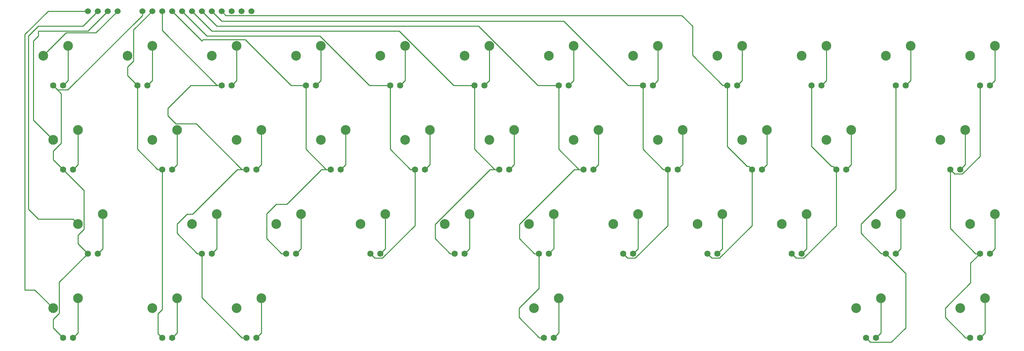
<source format=gbr>
G04 #@! TF.GenerationSoftware,KiCad,Pcbnew,(5.0.2)-1*
G04 #@! TF.CreationDate,2019-03-14T09:30:29+08:00*
G04 #@! TF.ProjectId,kicad_project,6b696361-645f-4707-926f-6a6563742e6b,rev?*
G04 #@! TF.SameCoordinates,Original*
G04 #@! TF.FileFunction,Copper,L1,Top*
G04 #@! TF.FilePolarity,Positive*
%FSLAX46Y46*%
G04 Gerber Fmt 4.6, Leading zero omitted, Abs format (unit mm)*
G04 Created by KiCad (PCBNEW (5.0.2)-1) date 2019/3/14 9:30:29*
%MOMM*%
%LPD*%
G01*
G04 APERTURE LIST*
G04 #@! TA.AperFunction,ComponentPad*
%ADD10C,1.524000*%
G04 #@! TD*
G04 #@! TA.AperFunction,ComponentPad*
%ADD11C,1.600000*%
G04 #@! TD*
G04 #@! TA.AperFunction,ComponentPad*
%ADD12C,2.499360*%
G04 #@! TD*
G04 #@! TA.AperFunction,Conductor*
%ADD13C,0.250000*%
G04 #@! TD*
G04 APERTURE END LIST*
D10*
G04 #@! TO.P,i/o1,16*
G04 #@! TO.N,/col12*
X78740000Y-33020000D03*
G04 #@! TO.P,i/o1,15*
G04 #@! TO.N,/col11*
X76200000Y-33020000D03*
G04 #@! TO.P,i/o1,14*
G04 #@! TO.N,/col10*
X73660000Y-33020000D03*
G04 #@! TO.P,i/o1,13*
G04 #@! TO.N,/col9*
X71120000Y-33020000D03*
G04 #@! TO.P,i/o1,12*
G04 #@! TO.N,/col8*
X68580000Y-33020000D03*
G04 #@! TO.P,i/o1,11*
G04 #@! TO.N,/col7*
X66040000Y-33020000D03*
G04 #@! TO.P,i/o1,10*
G04 #@! TO.N,/col6*
X63500000Y-33020000D03*
G04 #@! TO.P,i/o1,9*
G04 #@! TO.N,/col3*
X60960000Y-33020000D03*
G04 #@! TO.P,i/o1,8*
G04 #@! TO.N,Net-(U12-Pad4)*
X58420000Y-33020000D03*
G04 #@! TO.P,i/o1,7*
G04 #@! TO.N,Net-(U10-Pad4)*
X55880000Y-33020000D03*
G04 #@! TO.P,i/o1,6*
G04 #@! TO.N,/col2*
X53340000Y-33020000D03*
G04 #@! TO.P,i/o1,5*
G04 #@! TO.N,/col1*
X50800000Y-33020000D03*
G04 #@! TO.P,i/o1,4*
G04 #@! TO.N,/row4*
X36830000Y-33020000D03*
G04 #@! TO.P,i/o1,3*
G04 #@! TO.N,/row3*
X39370000Y-33020000D03*
G04 #@! TO.P,i/o1,2*
G04 #@! TO.N,/row2*
X41910000Y-33020000D03*
G04 #@! TO.P,i/o1,1*
G04 #@! TO.N,/row1*
X44450000Y-33020000D03*
G04 #@! TD*
D11*
G04 #@! TO.P,U1,4*
G04 #@! TO.N,/col1*
X27940000Y-52070000D03*
G04 #@! TO.P,U1,3*
G04 #@! TO.N,Net-(U1-Pad2)*
X30480000Y-52070000D03*
D12*
G04 #@! TO.P,U1,2*
X31750000Y-41910000D03*
G04 #@! TO.P,U1,1*
G04 #@! TO.N,/row1*
X25400000Y-44450000D03*
G04 #@! TD*
G04 #@! TO.P,U2,1*
G04 #@! TO.N,/row2*
X27940000Y-66040000D03*
G04 #@! TO.P,U2,2*
G04 #@! TO.N,Net-(U2-Pad2)*
X34290000Y-63500000D03*
D11*
G04 #@! TO.P,U2,3*
X33020000Y-73660000D03*
G04 #@! TO.P,U2,4*
G04 #@! TO.N,/col1*
X30480000Y-73660000D03*
G04 #@! TD*
D12*
G04 #@! TO.P,U3,1*
G04 #@! TO.N,/row3*
X34290000Y-87630000D03*
G04 #@! TO.P,U3,2*
G04 #@! TO.N,Net-(U3-Pad2)*
X40640000Y-85090000D03*
D11*
G04 #@! TO.P,U3,3*
X39370000Y-95250000D03*
G04 #@! TO.P,U3,4*
G04 #@! TO.N,/col1*
X36830000Y-95250000D03*
G04 #@! TD*
D12*
G04 #@! TO.P,U4,1*
G04 #@! TO.N,/row4*
X27940000Y-109220000D03*
G04 #@! TO.P,U4,2*
G04 #@! TO.N,Net-(U4-Pad2)*
X34290000Y-106680000D03*
D11*
G04 #@! TO.P,U4,3*
X33020000Y-116840000D03*
G04 #@! TO.P,U4,4*
G04 #@! TO.N,/col1*
X30480000Y-116840000D03*
G04 #@! TD*
D12*
G04 #@! TO.P,U5,1*
G04 #@! TO.N,/row1*
X46990000Y-44450000D03*
G04 #@! TO.P,U5,2*
G04 #@! TO.N,Net-(U5-Pad2)*
X53340000Y-41910000D03*
D11*
G04 #@! TO.P,U5,3*
X52070000Y-52070000D03*
G04 #@! TO.P,U5,4*
G04 #@! TO.N,/col2*
X49530000Y-52070000D03*
G04 #@! TD*
G04 #@! TO.P,U6,4*
G04 #@! TO.N,/col2*
X55880000Y-73660000D03*
G04 #@! TO.P,U6,3*
G04 #@! TO.N,Net-(U6-Pad2)*
X58420000Y-73660000D03*
D12*
G04 #@! TO.P,U6,2*
X59690000Y-63500000D03*
G04 #@! TO.P,U6,1*
G04 #@! TO.N,/row2*
X53340000Y-66040000D03*
G04 #@! TD*
D11*
G04 #@! TO.P,U7,4*
G04 #@! TO.N,/col2*
X55880000Y-116840000D03*
G04 #@! TO.P,U7,3*
G04 #@! TO.N,Net-(U7-Pad2)*
X58420000Y-116840000D03*
D12*
G04 #@! TO.P,U7,2*
X59690000Y-106680000D03*
G04 #@! TO.P,U7,1*
G04 #@! TO.N,/row4*
X53340000Y-109220000D03*
G04 #@! TD*
G04 #@! TO.P,U8,1*
G04 #@! TO.N,/row1*
X68580000Y-44450000D03*
G04 #@! TO.P,U8,2*
G04 #@! TO.N,Net-(U8-Pad2)*
X74930000Y-41910000D03*
D11*
G04 #@! TO.P,U8,3*
X73660000Y-52070000D03*
G04 #@! TO.P,U8,4*
G04 #@! TO.N,Net-(U10-Pad4)*
X71120000Y-52070000D03*
G04 #@! TD*
D12*
G04 #@! TO.P,U9,1*
G04 #@! TO.N,/row2*
X74930000Y-66040000D03*
G04 #@! TO.P,U9,2*
G04 #@! TO.N,Net-(U9-Pad2)*
X81280000Y-63500000D03*
D11*
G04 #@! TO.P,U9,3*
X80010000Y-73660000D03*
G04 #@! TO.P,U9,4*
G04 #@! TO.N,Net-(U10-Pad4)*
X77470000Y-73660000D03*
G04 #@! TD*
D12*
G04 #@! TO.P,U10,1*
G04 #@! TO.N,/row3*
X63500000Y-87630000D03*
G04 #@! TO.P,U10,2*
G04 #@! TO.N,Net-(U10-Pad2)*
X69850000Y-85090000D03*
D11*
G04 #@! TO.P,U10,3*
X68580000Y-95250000D03*
G04 #@! TO.P,U10,4*
G04 #@! TO.N,Net-(U10-Pad4)*
X66040000Y-95250000D03*
G04 #@! TD*
D12*
G04 #@! TO.P,U11,1*
G04 #@! TO.N,/row4*
X74930000Y-109220000D03*
G04 #@! TO.P,U11,2*
G04 #@! TO.N,Net-(U11-Pad2)*
X81280000Y-106680000D03*
D11*
G04 #@! TO.P,U11,3*
X80010000Y-116840000D03*
G04 #@! TO.P,U11,4*
G04 #@! TO.N,Net-(U10-Pad4)*
X77470000Y-116840000D03*
G04 #@! TD*
G04 #@! TO.P,U12,4*
G04 #@! TO.N,Net-(U12-Pad4)*
X92710000Y-52070000D03*
G04 #@! TO.P,U12,3*
G04 #@! TO.N,Net-(U12-Pad2)*
X95250000Y-52070000D03*
D12*
G04 #@! TO.P,U12,2*
X96520000Y-41910000D03*
G04 #@! TO.P,U12,1*
G04 #@! TO.N,/row1*
X90170000Y-44450000D03*
G04 #@! TD*
D11*
G04 #@! TO.P,U13,4*
G04 #@! TO.N,Net-(U12-Pad4)*
X99060000Y-73660000D03*
G04 #@! TO.P,U13,3*
G04 #@! TO.N,Net-(U13-Pad2)*
X101600000Y-73660000D03*
D12*
G04 #@! TO.P,U13,2*
X102870000Y-63500000D03*
G04 #@! TO.P,U13,1*
G04 #@! TO.N,/row2*
X96520000Y-66040000D03*
G04 #@! TD*
D11*
G04 #@! TO.P,U14,4*
G04 #@! TO.N,Net-(U12-Pad4)*
X87630000Y-95250000D03*
G04 #@! TO.P,U14,3*
G04 #@! TO.N,Net-(U14-Pad2)*
X90170000Y-95250000D03*
D12*
G04 #@! TO.P,U14,2*
X91440000Y-85090000D03*
G04 #@! TO.P,U14,1*
G04 #@! TO.N,/row3*
X85090000Y-87630000D03*
G04 #@! TD*
G04 #@! TO.P,U15,1*
G04 #@! TO.N,/row1*
X111760000Y-44450000D03*
G04 #@! TO.P,U15,2*
G04 #@! TO.N,Net-(U15-Pad2)*
X118110000Y-41910000D03*
D11*
G04 #@! TO.P,U15,3*
X116840000Y-52070000D03*
G04 #@! TO.P,U15,4*
G04 #@! TO.N,/col3*
X114300000Y-52070000D03*
G04 #@! TD*
D12*
G04 #@! TO.P,U16,1*
G04 #@! TO.N,/row2*
X118110000Y-66040000D03*
G04 #@! TO.P,U16,2*
G04 #@! TO.N,Net-(U16-Pad2)*
X124460000Y-63500000D03*
D11*
G04 #@! TO.P,U16,3*
X123190000Y-73660000D03*
G04 #@! TO.P,U16,4*
G04 #@! TO.N,/col3*
X120650000Y-73660000D03*
G04 #@! TD*
D12*
G04 #@! TO.P,U17,1*
G04 #@! TO.N,/row3*
X106680000Y-87630000D03*
G04 #@! TO.P,U17,2*
G04 #@! TO.N,Net-(U17-Pad2)*
X113030000Y-85090000D03*
D11*
G04 #@! TO.P,U17,3*
X111760000Y-95250000D03*
G04 #@! TO.P,U17,4*
G04 #@! TO.N,/col3*
X109220000Y-95250000D03*
G04 #@! TD*
G04 #@! TO.P,U19,4*
G04 #@! TO.N,/col6*
X135890000Y-52070000D03*
G04 #@! TO.P,U19,3*
G04 #@! TO.N,Net-(U19-Pad2)*
X138430000Y-52070000D03*
D12*
G04 #@! TO.P,U19,2*
X139700000Y-41910000D03*
G04 #@! TO.P,U19,1*
G04 #@! TO.N,/row1*
X133350000Y-44450000D03*
G04 #@! TD*
D11*
G04 #@! TO.P,U20,4*
G04 #@! TO.N,/col6*
X142240000Y-73660000D03*
G04 #@! TO.P,U20,3*
G04 #@! TO.N,Net-(U20-Pad2)*
X144780000Y-73660000D03*
D12*
G04 #@! TO.P,U20,2*
X146050000Y-63500000D03*
G04 #@! TO.P,U20,1*
G04 #@! TO.N,/row2*
X139700000Y-66040000D03*
G04 #@! TD*
D11*
G04 #@! TO.P,U21,4*
G04 #@! TO.N,/col6*
X130810000Y-95250000D03*
G04 #@! TO.P,U21,3*
G04 #@! TO.N,Net-(U21-Pad2)*
X133350000Y-95250000D03*
D12*
G04 #@! TO.P,U21,2*
X134620000Y-85090000D03*
G04 #@! TO.P,U21,1*
G04 #@! TO.N,/row3*
X128270000Y-87630000D03*
G04 #@! TD*
G04 #@! TO.P,U22,1*
G04 #@! TO.N,/row1*
X154940000Y-44450000D03*
G04 #@! TO.P,U22,2*
G04 #@! TO.N,Net-(U22-Pad2)*
X161290000Y-41910000D03*
D11*
G04 #@! TO.P,U22,3*
X160020000Y-52070000D03*
G04 #@! TO.P,U22,4*
G04 #@! TO.N,/col7*
X157480000Y-52070000D03*
G04 #@! TD*
D12*
G04 #@! TO.P,U23,1*
G04 #@! TO.N,/row2*
X161290000Y-66040000D03*
G04 #@! TO.P,U23,2*
G04 #@! TO.N,Net-(U23-Pad2)*
X167640000Y-63500000D03*
D11*
G04 #@! TO.P,U23,3*
X166370000Y-73660000D03*
G04 #@! TO.P,U23,4*
G04 #@! TO.N,/col7*
X163830000Y-73660000D03*
G04 #@! TD*
D12*
G04 #@! TO.P,U24,1*
G04 #@! TO.N,/row3*
X149860000Y-87630000D03*
G04 #@! TO.P,U24,2*
G04 #@! TO.N,Net-(U24-Pad2)*
X156210000Y-85090000D03*
D11*
G04 #@! TO.P,U24,3*
X154940000Y-95250000D03*
G04 #@! TO.P,U24,4*
G04 #@! TO.N,/col7*
X152400000Y-95250000D03*
G04 #@! TD*
G04 #@! TO.P,U25,4*
G04 #@! TO.N,/col8*
X179070000Y-52070000D03*
G04 #@! TO.P,U25,3*
G04 #@! TO.N,Net-(U25-Pad2)*
X181610000Y-52070000D03*
D12*
G04 #@! TO.P,U25,2*
X182880000Y-41910000D03*
G04 #@! TO.P,U25,1*
G04 #@! TO.N,/row1*
X176530000Y-44450000D03*
G04 #@! TD*
D11*
G04 #@! TO.P,U26,4*
G04 #@! TO.N,/col8*
X185420000Y-73660000D03*
G04 #@! TO.P,U26,3*
G04 #@! TO.N,Net-(U26-Pad2)*
X187960000Y-73660000D03*
D12*
G04 #@! TO.P,U26,2*
X189230000Y-63500000D03*
G04 #@! TO.P,U26,1*
G04 #@! TO.N,/row2*
X182880000Y-66040000D03*
G04 #@! TD*
D11*
G04 #@! TO.P,U27,4*
G04 #@! TO.N,/col8*
X173990000Y-95250000D03*
G04 #@! TO.P,U27,3*
G04 #@! TO.N,Net-(U27-Pad2)*
X176530000Y-95250000D03*
D12*
G04 #@! TO.P,U27,2*
X177800000Y-85090000D03*
G04 #@! TO.P,U27,1*
G04 #@! TO.N,/row3*
X171450000Y-87630000D03*
G04 #@! TD*
G04 #@! TO.P,U28,1*
G04 #@! TO.N,/row4*
X151130000Y-109220000D03*
G04 #@! TO.P,U28,2*
G04 #@! TO.N,Net-(U28-Pad2)*
X157480000Y-106680000D03*
D11*
G04 #@! TO.P,U28,3*
X156210000Y-116840000D03*
G04 #@! TO.P,U28,4*
G04 #@! TO.N,/col7*
X153670000Y-116840000D03*
G04 #@! TD*
D12*
G04 #@! TO.P,U29,1*
G04 #@! TO.N,/row1*
X198120000Y-44450000D03*
G04 #@! TO.P,U29,2*
G04 #@! TO.N,Net-(U29-Pad2)*
X204470000Y-41910000D03*
D11*
G04 #@! TO.P,U29,3*
X203200000Y-52070000D03*
G04 #@! TO.P,U29,4*
G04 #@! TO.N,/col9*
X200660000Y-52070000D03*
G04 #@! TD*
D12*
G04 #@! TO.P,U30,1*
G04 #@! TO.N,/row2*
X204470000Y-66040000D03*
G04 #@! TO.P,U30,2*
G04 #@! TO.N,Net-(U30-Pad2)*
X210820000Y-63500000D03*
D11*
G04 #@! TO.P,U30,3*
X209550000Y-73660000D03*
G04 #@! TO.P,U30,4*
G04 #@! TO.N,/col9*
X207010000Y-73660000D03*
G04 #@! TD*
D12*
G04 #@! TO.P,U31,1*
G04 #@! TO.N,/row3*
X193040000Y-87630000D03*
G04 #@! TO.P,U31,2*
G04 #@! TO.N,Net-(U31-Pad2)*
X199390000Y-85090000D03*
D11*
G04 #@! TO.P,U31,3*
X198120000Y-95250000D03*
G04 #@! TO.P,U31,4*
G04 #@! TO.N,/col9*
X195580000Y-95250000D03*
G04 #@! TD*
G04 #@! TO.P,U32,4*
G04 #@! TO.N,/col10*
X222250000Y-52070000D03*
G04 #@! TO.P,U32,3*
G04 #@! TO.N,Net-(U32-Pad2)*
X224790000Y-52070000D03*
D12*
G04 #@! TO.P,U32,2*
X226060000Y-41910000D03*
G04 #@! TO.P,U32,1*
G04 #@! TO.N,/row1*
X219710000Y-44450000D03*
G04 #@! TD*
D11*
G04 #@! TO.P,U33,4*
G04 #@! TO.N,/col10*
X228600000Y-73660000D03*
G04 #@! TO.P,U33,3*
G04 #@! TO.N,Net-(U33-Pad2)*
X231140000Y-73660000D03*
D12*
G04 #@! TO.P,U33,2*
X232410000Y-63500000D03*
G04 #@! TO.P,U33,1*
G04 #@! TO.N,/row2*
X226060000Y-66040000D03*
G04 #@! TD*
D11*
G04 #@! TO.P,U34,4*
G04 #@! TO.N,/col10*
X217170000Y-95250000D03*
G04 #@! TO.P,U34,3*
G04 #@! TO.N,Net-(U34-Pad2)*
X219710000Y-95250000D03*
D12*
G04 #@! TO.P,U34,2*
X220980000Y-85090000D03*
G04 #@! TO.P,U34,1*
G04 #@! TO.N,/row3*
X214630000Y-87630000D03*
G04 #@! TD*
G04 #@! TO.P,U36,1*
G04 #@! TO.N,/row1*
X241300000Y-44450000D03*
G04 #@! TO.P,U36,2*
G04 #@! TO.N,Net-(U36-Pad2)*
X247650000Y-41910000D03*
D11*
G04 #@! TO.P,U36,3*
X246380000Y-52070000D03*
G04 #@! TO.P,U36,4*
G04 #@! TO.N,/col11*
X243840000Y-52070000D03*
G04 #@! TD*
D12*
G04 #@! TO.P,U37,1*
G04 #@! TO.N,/row3*
X238760000Y-87630000D03*
G04 #@! TO.P,U37,2*
G04 #@! TO.N,Net-(U37-Pad2)*
X245110000Y-85090000D03*
D11*
G04 #@! TO.P,U37,3*
X243840000Y-95250000D03*
G04 #@! TO.P,U37,4*
G04 #@! TO.N,/col11*
X241300000Y-95250000D03*
G04 #@! TD*
D12*
G04 #@! TO.P,U38,1*
G04 #@! TO.N,/row4*
X233680000Y-109220000D03*
G04 #@! TO.P,U38,2*
G04 #@! TO.N,Net-(U38-Pad2)*
X240030000Y-106680000D03*
D11*
G04 #@! TO.P,U38,3*
X238760000Y-116840000D03*
G04 #@! TO.P,U38,4*
G04 #@! TO.N,/col11*
X236220000Y-116840000D03*
G04 #@! TD*
G04 #@! TO.P,U39,4*
G04 #@! TO.N,/col12*
X265430000Y-52070000D03*
G04 #@! TO.P,U39,3*
G04 #@! TO.N,Net-(U39-Pad2)*
X267970000Y-52070000D03*
D12*
G04 #@! TO.P,U39,2*
X269240000Y-41910000D03*
G04 #@! TO.P,U39,1*
G04 #@! TO.N,/row1*
X262890000Y-44450000D03*
G04 #@! TD*
D11*
G04 #@! TO.P,U40,4*
G04 #@! TO.N,/col12*
X257810000Y-73660000D03*
G04 #@! TO.P,U40,3*
G04 #@! TO.N,Net-(U40-Pad2)*
X260350000Y-73660000D03*
D12*
G04 #@! TO.P,U40,2*
X261620000Y-63500000D03*
G04 #@! TO.P,U40,1*
G04 #@! TO.N,/row2*
X255270000Y-66040000D03*
G04 #@! TD*
D11*
G04 #@! TO.P,U41,4*
G04 #@! TO.N,/col12*
X265430000Y-95250000D03*
G04 #@! TO.P,U41,3*
G04 #@! TO.N,Net-(U41-Pad2)*
X267970000Y-95250000D03*
D12*
G04 #@! TO.P,U41,2*
X269240000Y-85090000D03*
G04 #@! TO.P,U41,1*
G04 #@! TO.N,/row3*
X262890000Y-87630000D03*
G04 #@! TD*
D11*
G04 #@! TO.P,U42,4*
G04 #@! TO.N,/col12*
X262890000Y-116840000D03*
G04 #@! TO.P,U42,3*
G04 #@! TO.N,Net-(U42-Pad2)*
X265430000Y-116840000D03*
D12*
G04 #@! TO.P,U42,2*
X266700000Y-106680000D03*
G04 #@! TO.P,U42,1*
G04 #@! TO.N,/row4*
X260350000Y-109220000D03*
G04 #@! TD*
D13*
G04 #@! TO.N,/row1*
X26649679Y-43200321D02*
X25400000Y-44450000D01*
X31299990Y-38550010D02*
X26649679Y-43200321D01*
X38919990Y-38550010D02*
X31299990Y-38550010D01*
X44450000Y-33020000D02*
X38919990Y-38550010D01*
G04 #@! TO.N,/row2*
X41910000Y-33020000D02*
X36830000Y-38100000D01*
X36830000Y-38100000D02*
X24130000Y-38100000D01*
X24130000Y-38100000D02*
X24130000Y-39370000D01*
X24130000Y-39370000D02*
X22860000Y-40640000D01*
X22860000Y-60960000D02*
X27940000Y-66040000D01*
X22860000Y-40640000D02*
X22860000Y-60960000D01*
G04 #@! TO.N,/row3*
X33020000Y-86360000D02*
X34290000Y-87630000D01*
X35560000Y-36830000D02*
X24130000Y-36830000D01*
X24130000Y-36830000D02*
X21590000Y-39370000D01*
X21590000Y-83820000D02*
X24130000Y-86360000D01*
X39370000Y-33020000D02*
X35560000Y-36830000D01*
X21590000Y-39370000D02*
X21590000Y-83820000D01*
X24130000Y-86360000D02*
X33020000Y-86360000D01*
G04 #@! TO.N,/row4*
X36830000Y-33020000D02*
X26670000Y-33020000D01*
X20720010Y-38969990D02*
X20720010Y-104540010D01*
X26670000Y-33020000D02*
X20720010Y-38969990D01*
X23260010Y-104540010D02*
X27940000Y-109220000D01*
X20720010Y-104540010D02*
X23260010Y-104540010D01*
G04 #@! TO.N,/col1*
X29680001Y-116040001D02*
X30480000Y-116840000D01*
X27940000Y-114300000D02*
X29680001Y-116040001D01*
X27940000Y-112143664D02*
X27940000Y-114300000D01*
X29514681Y-110568983D02*
X27940000Y-112143664D01*
X29514681Y-102565319D02*
X29514681Y-110568983D01*
X36830000Y-95250000D02*
X29514681Y-102565319D01*
X30036832Y-66866832D02*
X27940000Y-68963664D01*
X27940000Y-52070000D02*
X30036832Y-54166832D01*
X30036832Y-54166832D02*
X30036832Y-66866832D01*
X27940000Y-71120000D02*
X30480000Y-73660000D01*
X27940000Y-68963664D02*
X27940000Y-71120000D01*
X35864681Y-88978983D02*
X34290000Y-90553664D01*
X30480000Y-73660000D02*
X35864681Y-79044681D01*
X35864681Y-79044681D02*
X35864681Y-88978983D01*
X34290000Y-92710000D02*
X36830000Y-95250000D01*
X34290000Y-90553664D02*
X34290000Y-92710000D01*
X28739999Y-52869999D02*
X27940000Y-52070000D01*
X29065001Y-53195001D02*
X28739999Y-52869999D01*
X31702629Y-53195001D02*
X29065001Y-53195001D01*
X50800000Y-34097630D02*
X31702629Y-53195001D01*
X50800000Y-33020000D02*
X50800000Y-34097630D01*
G04 #@! TO.N,/col2*
X54748630Y-73660000D02*
X55880000Y-73660000D01*
X49530000Y-68441370D02*
X54748630Y-73660000D01*
X49530000Y-52070000D02*
X49530000Y-68441370D01*
X55080001Y-116040001D02*
X55880000Y-116840000D01*
X54834909Y-115794909D02*
X55080001Y-116040001D01*
X54834909Y-110648755D02*
X54834909Y-115794909D01*
X55880000Y-109603664D02*
X54834909Y-110648755D01*
X55880000Y-73660000D02*
X55880000Y-109603664D01*
X48564681Y-45798983D02*
X46990000Y-47373664D01*
X53340000Y-33020000D02*
X48564681Y-37795319D01*
X48564681Y-37795319D02*
X48564681Y-45798983D01*
X46990000Y-49530000D02*
X49530000Y-52070000D01*
X46990000Y-47373664D02*
X46990000Y-49530000D01*
G04 #@! TO.N,/col3*
X110019999Y-96049999D02*
X109220000Y-95250000D01*
X110345001Y-96375001D02*
X110019999Y-96049999D01*
X112300001Y-96375001D02*
X110345001Y-96375001D01*
X120650000Y-88025002D02*
X112300001Y-96375001D01*
X120650000Y-73660000D02*
X120650000Y-88025002D01*
X119518630Y-73660000D02*
X120650000Y-73660000D01*
X114300000Y-68441370D02*
X119518630Y-73660000D01*
X114300000Y-52070000D02*
X114300000Y-68441370D01*
X109010529Y-52070000D02*
X114300000Y-52070000D01*
X96310529Y-39370000D02*
X109010529Y-52070000D01*
X60960000Y-33020000D02*
X67310000Y-39370000D01*
X67310000Y-39370000D02*
X96310529Y-39370000D01*
G04 #@! TO.N,/col6*
X141108630Y-73660000D02*
X142240000Y-73660000D01*
X135890000Y-68441370D02*
X141108630Y-73660000D01*
X135890000Y-52070000D02*
X135890000Y-68441370D01*
X129678630Y-95250000D02*
X130810000Y-95250000D01*
X125825369Y-91396739D02*
X129678630Y-95250000D01*
X125825369Y-87744102D02*
X125825369Y-91396739D01*
X139909471Y-73660000D02*
X125825369Y-87744102D01*
X142240000Y-73660000D02*
X139909471Y-73660000D01*
X134758630Y-52070000D02*
X135890000Y-52070000D01*
X130600529Y-52070000D02*
X134758630Y-52070000D01*
X116630529Y-38100000D02*
X130600529Y-52070000D01*
X68580000Y-38100000D02*
X116630529Y-38100000D01*
X63500000Y-33020000D02*
X68580000Y-38100000D01*
G04 #@! TO.N,/col7*
X151268630Y-95250000D02*
X152400000Y-95250000D01*
X147415369Y-91396739D02*
X151268630Y-95250000D01*
X147415369Y-87744102D02*
X147415369Y-91396739D01*
X161499471Y-73660000D02*
X147415369Y-87744102D01*
X163830000Y-73660000D02*
X161499471Y-73660000D01*
X162698630Y-73660000D02*
X163830000Y-73660000D01*
X157480000Y-68441370D02*
X162698630Y-73660000D01*
X157480000Y-52070000D02*
X157480000Y-68441370D01*
X152400000Y-95250000D02*
X152400000Y-104140000D01*
X152400000Y-104140000D02*
X147320000Y-109220000D01*
X152538630Y-116840000D02*
X153670000Y-116840000D01*
X147320000Y-111621370D02*
X152538630Y-116840000D01*
X147320000Y-109220000D02*
X147320000Y-111621370D01*
X66040000Y-33020000D02*
X69850000Y-36830000D01*
X156348630Y-52070000D02*
X157480000Y-52070000D01*
X152190529Y-52070000D02*
X156348630Y-52070000D01*
X136950529Y-36830000D02*
X152190529Y-52070000D01*
X69850000Y-36830000D02*
X136950529Y-36830000D01*
G04 #@! TO.N,/col8*
X174789999Y-96049999D02*
X173990000Y-95250000D01*
X175115001Y-96375001D02*
X174789999Y-96049999D01*
X177070001Y-96375001D02*
X175115001Y-96375001D01*
X185420000Y-88025002D02*
X177070001Y-96375001D01*
X185420000Y-73660000D02*
X185420000Y-88025002D01*
X184288630Y-73660000D02*
X185420000Y-73660000D01*
X179070000Y-68441370D02*
X184288630Y-73660000D01*
X179070000Y-52070000D02*
X179070000Y-68441370D01*
X175260000Y-52070000D02*
X179070000Y-52070000D01*
X158750000Y-35560000D02*
X175260000Y-52070000D01*
X68580000Y-33020000D02*
X71120000Y-35560000D01*
X71120000Y-35560000D02*
X158750000Y-35560000D01*
G04 #@! TO.N,/col9*
X206210001Y-72860001D02*
X207010000Y-73660000D01*
X205741546Y-72860001D02*
X206210001Y-72860001D01*
X200660000Y-67778455D02*
X205741546Y-72860001D01*
X200660000Y-52070000D02*
X200660000Y-67778455D01*
X196379999Y-96049999D02*
X195580000Y-95250000D01*
X196705001Y-96375001D02*
X196379999Y-96049999D01*
X198660001Y-96375001D02*
X196705001Y-96375001D01*
X207010000Y-88025002D02*
X198660001Y-96375001D01*
X207010000Y-73660000D02*
X207010000Y-88025002D01*
X72207001Y-34107001D02*
X189047001Y-34107001D01*
X71120000Y-33020000D02*
X72207001Y-34107001D01*
X189047001Y-34107001D02*
X191770000Y-36830000D01*
X199528630Y-52070000D02*
X200660000Y-52070000D01*
X191770000Y-44311370D02*
X199528630Y-52070000D01*
X191770000Y-36830000D02*
X191770000Y-44311370D01*
G04 #@! TO.N,/col10*
X227800001Y-72860001D02*
X228600000Y-73660000D01*
X227331546Y-72860001D02*
X227800001Y-72860001D01*
X222250000Y-67778455D02*
X227331546Y-72860001D01*
X222250000Y-52070000D02*
X222250000Y-67778455D01*
X217969999Y-96049999D02*
X217170000Y-95250000D01*
X218295001Y-96375001D02*
X217969999Y-96049999D01*
X220250001Y-96375001D02*
X218295001Y-96375001D01*
X228600000Y-88025002D02*
X220250001Y-96375001D01*
X228600000Y-73660000D02*
X228600000Y-88025002D01*
G04 #@! TO.N,/col11*
X246380000Y-100330000D02*
X246380000Y-114300000D01*
X241300000Y-95250000D02*
X246380000Y-100330000D01*
X237019999Y-117639999D02*
X236220000Y-116840000D01*
X237345001Y-117965001D02*
X237019999Y-117639999D01*
X242714999Y-117965001D02*
X237345001Y-117965001D01*
X246380000Y-114300000D02*
X242714999Y-117965001D01*
X243840000Y-52070000D02*
X243840000Y-78740000D01*
X243840000Y-78740000D02*
X234950000Y-87630000D01*
X240168630Y-95250000D02*
X241300000Y-95250000D01*
X234950000Y-90031370D02*
X240168630Y-95250000D01*
X234950000Y-87630000D02*
X234950000Y-90031370D01*
G04 #@! TO.N,/col12*
X258609999Y-74459999D02*
X257810000Y-73660000D01*
X258935001Y-74785001D02*
X258609999Y-74459999D01*
X260890001Y-74785001D02*
X258935001Y-74785001D01*
X265430000Y-70245002D02*
X260890001Y-74785001D01*
X265430000Y-52070000D02*
X265430000Y-70245002D01*
X264298630Y-95250000D02*
X265430000Y-95250000D01*
X257810000Y-88761370D02*
X264298630Y-95250000D01*
X257810000Y-73660000D02*
X257810000Y-88761370D01*
X263048755Y-97631245D02*
X263048755Y-102711245D01*
X265430000Y-95250000D02*
X263048755Y-97631245D01*
X263048755Y-102711245D02*
X256540000Y-109220000D01*
X261758630Y-116840000D02*
X262890000Y-116840000D01*
X256540000Y-111621370D02*
X261758630Y-116840000D01*
X256540000Y-109220000D02*
X256540000Y-111621370D01*
G04 #@! TO.N,Net-(U1-Pad2)*
X31750000Y-50800000D02*
X30480000Y-52070000D01*
X31750000Y-41910000D02*
X31750000Y-50800000D01*
G04 #@! TO.N,Net-(U2-Pad2)*
X34290000Y-72390000D02*
X33020000Y-73660000D01*
X34290000Y-63500000D02*
X34290000Y-72390000D01*
G04 #@! TO.N,Net-(U3-Pad2)*
X40640000Y-93980000D02*
X39370000Y-95250000D01*
X40640000Y-85090000D02*
X40640000Y-93980000D01*
G04 #@! TO.N,Net-(U4-Pad2)*
X34290000Y-115570000D02*
X33020000Y-116840000D01*
X34290000Y-106680000D02*
X34290000Y-115570000D01*
G04 #@! TO.N,Net-(U5-Pad2)*
X53340000Y-50800000D02*
X52070000Y-52070000D01*
X53340000Y-41910000D02*
X53340000Y-50800000D01*
G04 #@! TO.N,Net-(U6-Pad2)*
X59690000Y-72390000D02*
X58420000Y-73660000D01*
X59690000Y-63500000D02*
X59690000Y-72390000D01*
G04 #@! TO.N,Net-(U7-Pad2)*
X59690000Y-115570000D02*
X58420000Y-116840000D01*
X59690000Y-106680000D02*
X59690000Y-115570000D01*
G04 #@! TO.N,Net-(U8-Pad2)*
X74930000Y-50800000D02*
X73660000Y-52070000D01*
X74930000Y-41910000D02*
X74930000Y-50800000D01*
G04 #@! TO.N,Net-(U9-Pad2)*
X81280000Y-72390000D02*
X80010000Y-73660000D01*
X81280000Y-63500000D02*
X81280000Y-72390000D01*
G04 #@! TO.N,Net-(U10-Pad2)*
X69850000Y-93980000D02*
X68580000Y-95250000D01*
X69850000Y-85090000D02*
X69850000Y-93980000D01*
G04 #@! TO.N,Net-(U11-Pad2)*
X81280000Y-115570000D02*
X80010000Y-116840000D01*
X81280000Y-106680000D02*
X81280000Y-115570000D01*
G04 #@! TO.N,Net-(U12-Pad2)*
X96520000Y-50800000D02*
X95250000Y-52070000D01*
X96520000Y-41910000D02*
X96520000Y-50800000D01*
G04 #@! TO.N,Net-(U13-Pad2)*
X102870000Y-72390000D02*
X101600000Y-73660000D01*
X102870000Y-63500000D02*
X102870000Y-72390000D01*
G04 #@! TO.N,Net-(U14-Pad2)*
X91440000Y-93980000D02*
X90170000Y-95250000D01*
X91440000Y-85090000D02*
X91440000Y-93980000D01*
G04 #@! TO.N,Net-(U15-Pad2)*
X118110000Y-50800000D02*
X116840000Y-52070000D01*
X118110000Y-41910000D02*
X118110000Y-50800000D01*
G04 #@! TO.N,Net-(U16-Pad2)*
X124460000Y-72390000D02*
X123190000Y-73660000D01*
X124460000Y-63500000D02*
X124460000Y-72390000D01*
G04 #@! TO.N,Net-(U17-Pad2)*
X113030000Y-93980000D02*
X111760000Y-95250000D01*
X113030000Y-85090000D02*
X113030000Y-93980000D01*
G04 #@! TO.N,Net-(U19-Pad2)*
X139700000Y-50800000D02*
X138430000Y-52070000D01*
X139700000Y-41910000D02*
X139700000Y-50800000D01*
G04 #@! TO.N,Net-(U20-Pad2)*
X146050000Y-72390000D02*
X144780000Y-73660000D01*
X146050000Y-63500000D02*
X146050000Y-72390000D01*
G04 #@! TO.N,Net-(U21-Pad2)*
X134620000Y-93980000D02*
X133350000Y-95250000D01*
X134620000Y-85090000D02*
X134620000Y-93980000D01*
G04 #@! TO.N,Net-(U22-Pad2)*
X161290000Y-50800000D02*
X160020000Y-52070000D01*
X161290000Y-41910000D02*
X161290000Y-50800000D01*
G04 #@! TO.N,Net-(U23-Pad2)*
X167640000Y-72390000D02*
X166370000Y-73660000D01*
X167640000Y-63500000D02*
X167640000Y-72390000D01*
G04 #@! TO.N,Net-(U24-Pad2)*
X155739999Y-94450001D02*
X154940000Y-95250000D01*
X156210000Y-93980000D02*
X155739999Y-94450001D01*
X156210000Y-85090000D02*
X156210000Y-93980000D01*
G04 #@! TO.N,Net-(U25-Pad2)*
X182880000Y-50800000D02*
X181610000Y-52070000D01*
X182880000Y-41910000D02*
X182880000Y-50800000D01*
G04 #@! TO.N,Net-(U26-Pad2)*
X188759999Y-72860001D02*
X187960000Y-73660000D01*
X189230000Y-72390000D02*
X188759999Y-72860001D01*
X189230000Y-63500000D02*
X189230000Y-72390000D01*
G04 #@! TO.N,Net-(U27-Pad2)*
X177800000Y-93980000D02*
X176530000Y-95250000D01*
X177800000Y-85090000D02*
X177800000Y-93980000D01*
G04 #@! TO.N,Net-(U28-Pad2)*
X157480000Y-115570000D02*
X156210000Y-116840000D01*
X157480000Y-106680000D02*
X157480000Y-115570000D01*
G04 #@! TO.N,Net-(U29-Pad2)*
X204470000Y-50800000D02*
X203200000Y-52070000D01*
X204470000Y-41910000D02*
X204470000Y-50800000D01*
G04 #@! TO.N,Net-(U30-Pad2)*
X210820000Y-72390000D02*
X209550000Y-73660000D01*
X210820000Y-63500000D02*
X210820000Y-72390000D01*
G04 #@! TO.N,Net-(U31-Pad2)*
X199390000Y-93980000D02*
X198120000Y-95250000D01*
X199390000Y-85090000D02*
X199390000Y-93980000D01*
G04 #@! TO.N,Net-(U32-Pad2)*
X226060000Y-50800000D02*
X224790000Y-52070000D01*
X226060000Y-41910000D02*
X226060000Y-50800000D01*
G04 #@! TO.N,Net-(U33-Pad2)*
X232410000Y-72390000D02*
X231140000Y-73660000D01*
X232410000Y-63500000D02*
X232410000Y-72390000D01*
G04 #@! TO.N,Net-(U34-Pad2)*
X220980000Y-93980000D02*
X219710000Y-95250000D01*
X220980000Y-85090000D02*
X220980000Y-93980000D01*
G04 #@! TO.N,Net-(U36-Pad2)*
X247650000Y-50800000D02*
X246380000Y-52070000D01*
X247650000Y-41910000D02*
X247650000Y-50800000D01*
G04 #@! TO.N,Net-(U37-Pad2)*
X245110000Y-93980000D02*
X243840000Y-95250000D01*
X245110000Y-85090000D02*
X245110000Y-93980000D01*
G04 #@! TO.N,Net-(U38-Pad2)*
X240030000Y-115570000D02*
X238760000Y-116840000D01*
X240030000Y-106680000D02*
X240030000Y-115570000D01*
G04 #@! TO.N,Net-(U39-Pad2)*
X269240000Y-50800000D02*
X267970000Y-52070000D01*
X269240000Y-41910000D02*
X269240000Y-50800000D01*
G04 #@! TO.N,Net-(U40-Pad2)*
X261620000Y-72390000D02*
X260350000Y-73660000D01*
X261620000Y-63500000D02*
X261620000Y-72390000D01*
G04 #@! TO.N,Net-(U41-Pad2)*
X269240000Y-93980000D02*
X267970000Y-95250000D01*
X269240000Y-85090000D02*
X269240000Y-93980000D01*
G04 #@! TO.N,Net-(U42-Pad2)*
X266700000Y-115570000D02*
X265430000Y-116840000D01*
X266700000Y-106680000D02*
X266700000Y-115570000D01*
G04 #@! TO.N,Net-(U10-Pad4)*
X76338630Y-116840000D02*
X77470000Y-116840000D01*
X66040000Y-106541370D02*
X76338630Y-116840000D01*
X66040000Y-95250000D02*
X66040000Y-106541370D01*
X64908630Y-95250000D02*
X66040000Y-95250000D01*
X75139471Y-73660000D02*
X63709471Y-85090000D01*
X77470000Y-73660000D02*
X75139471Y-73660000D01*
X63709471Y-85090000D02*
X62230000Y-85090000D01*
X62230000Y-85090000D02*
X59690000Y-87630000D01*
X59690000Y-87630000D02*
X59690000Y-90031370D01*
X59690000Y-90031370D02*
X64908630Y-95250000D01*
X76338630Y-73660000D02*
X77470000Y-73660000D01*
X64603949Y-61925319D02*
X76338630Y-73660000D01*
X59385319Y-61925319D02*
X64603949Y-61925319D01*
X57332999Y-57898239D02*
X57332999Y-59872999D01*
X63161238Y-52070000D02*
X57332999Y-57898239D01*
X57332999Y-59872999D02*
X59385319Y-61925319D01*
X71120000Y-52070000D02*
X63161238Y-52070000D01*
X69988630Y-52070000D02*
X71120000Y-52070000D01*
X55880000Y-37961370D02*
X69988630Y-52070000D01*
X55880000Y-33020000D02*
X55880000Y-37961370D01*
G04 #@! TO.N,Net-(U12-Pad4)*
X97928630Y-73660000D02*
X99060000Y-73660000D01*
X92710000Y-68441370D02*
X97928630Y-73660000D01*
X92710000Y-52070000D02*
X92710000Y-68441370D01*
X96729471Y-73660000D02*
X87839471Y-82550000D01*
X99060000Y-73660000D02*
X96729471Y-73660000D01*
X87839471Y-82550000D02*
X85090000Y-82550000D01*
X86498630Y-95250000D02*
X87630000Y-95250000D01*
X82645369Y-91396739D02*
X86498630Y-95250000D01*
X82645369Y-84994631D02*
X82645369Y-91396739D01*
X85090000Y-82550000D02*
X82645369Y-84994631D01*
X58420000Y-33020000D02*
X66040000Y-40640000D01*
X66344681Y-40335319D02*
X77165319Y-40335319D01*
X66040000Y-40640000D02*
X66344681Y-40335319D01*
X88900000Y-52070000D02*
X92710000Y-52070000D01*
X77165319Y-40335319D02*
X88900000Y-52070000D01*
G04 #@! TD*
M02*

</source>
